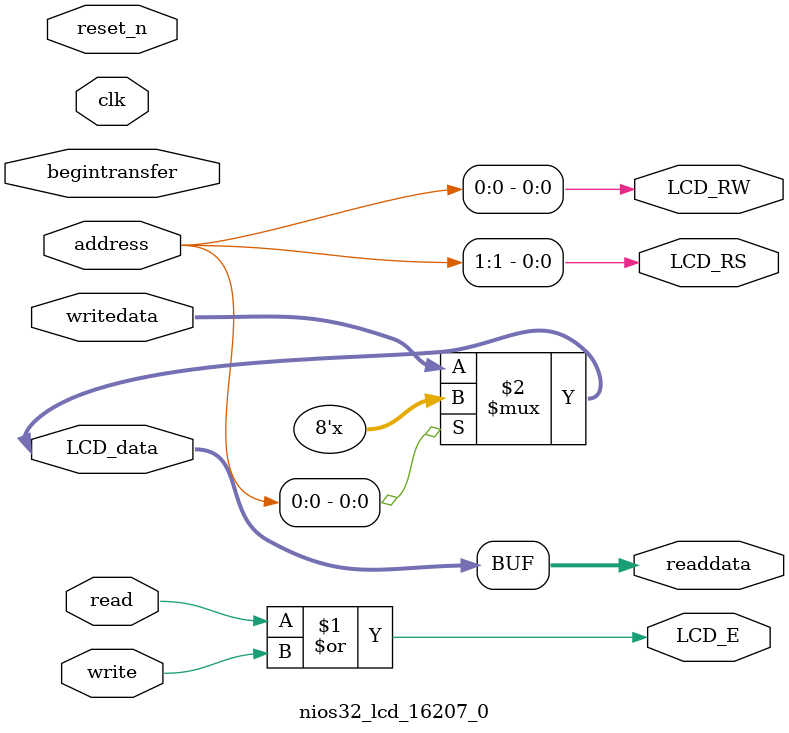
<source format=v>

`timescale 1ns / 1ps
// synthesis translate_on

// turn off superfluous verilog processor warnings 
// altera message_level Level1 
// altera message_off 10034 10035 10036 10037 10230 10240 10030 

module nios32_lcd_16207_0 (
                            // inputs:
                             address,
                             begintransfer,
                             clk,
                             read,
                             reset_n,
                             write,
                             writedata,

                            // outputs:
                             LCD_E,
                             LCD_RS,
                             LCD_RW,
                             LCD_data,
                             readdata
                          )
;

  output           LCD_E;
  output           LCD_RS;
  output           LCD_RW;
  inout   [  7: 0] LCD_data;
  output  [  7: 0] readdata;
  input   [  1: 0] address;
  input            begintransfer;
  input            clk;
  input            read;
  input            reset_n;
  input            write;
  input   [  7: 0] writedata;


wire             LCD_E;
wire             LCD_RS;
wire             LCD_RW;
wire    [  7: 0] LCD_data;
wire    [  7: 0] readdata;
  assign LCD_RW = address[0];
  assign LCD_RS = address[1];
  assign LCD_E = read | write;
  assign LCD_data = (address[0]) ? {8{1'bz}} : writedata;
  assign readdata = LCD_data;
  //control_slave, which is an e_avalon_slave

endmodule


</source>
